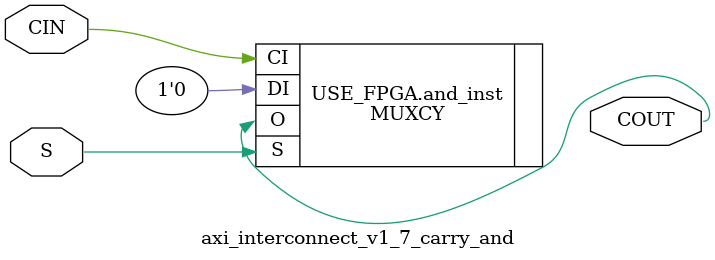
<source format=v>
`timescale 1ps/1ps


(* DowngradeIPIdentifiedWarnings="yes" *) 
module axi_interconnect_v1_7_carry_and #
  (
   parameter         C_FAMILY                         = "virtex6"
                       // FPGA Family. Current version: virtex6 or spartan6.
   )
  (
   input  wire        CIN,
   input  wire        S,
   output wire        COUT
   );
  
  
  /////////////////////////////////////////////////////////////////////////////
  // Variables for generating parameter controlled instances.
  /////////////////////////////////////////////////////////////////////////////
  
  
  /////////////////////////////////////////////////////////////////////////////
  // Local params
  /////////////////////////////////////////////////////////////////////////////
  
  
  /////////////////////////////////////////////////////////////////////////////
  // Functions
  /////////////////////////////////////////////////////////////////////////////
  
  
  /////////////////////////////////////////////////////////////////////////////
  // Internal signals
  /////////////////////////////////////////////////////////////////////////////

  
  /////////////////////////////////////////////////////////////////////////////
  // Instantiate or use RTL code
  /////////////////////////////////////////////////////////////////////////////
  
  generate
    if ( C_FAMILY == "rtl" ) begin : USE_RTL
      assign COUT = CIN & S;
      
    end else begin : USE_FPGA
      MUXCY and_inst 
      (
       .O (COUT), 
       .CI (CIN), 
       .DI (1'b0), 
       .S (S)
      ); 
      
    end
  endgenerate
  
  
endmodule


</source>
